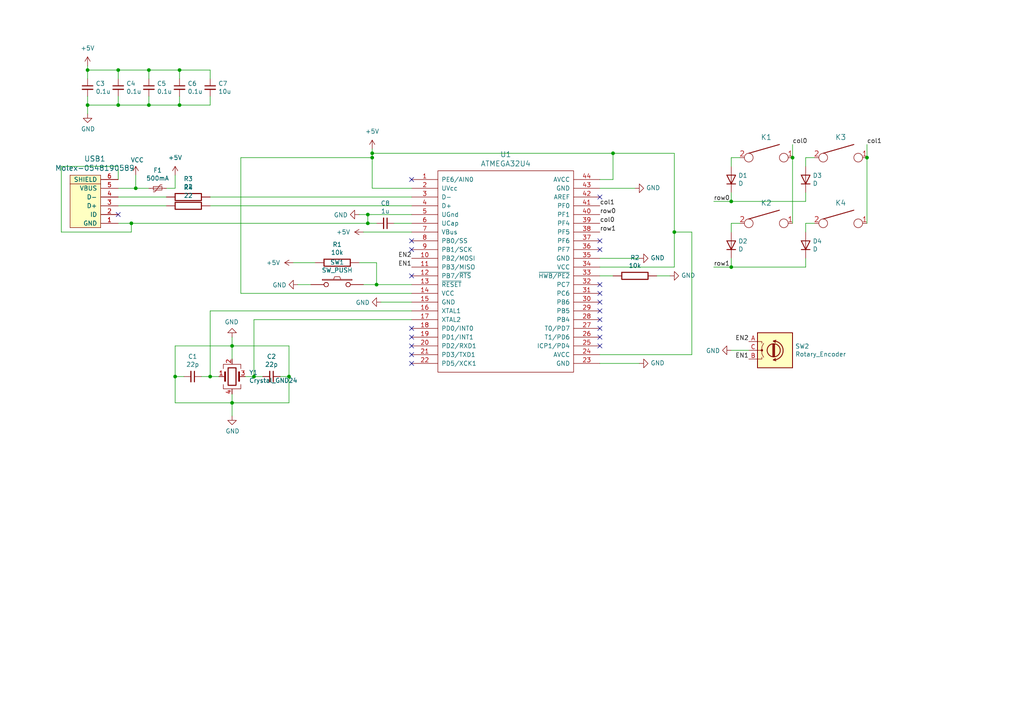
<source format=kicad_sch>
(kicad_sch (version 20211123) (generator eeschema)
  (paper "A4")
  (lib_symbols
    (symbol "Device:C_Small" (pin_numbers hide) (pin_names (offset 0.254) hide)
      (property "Reference" "C" (at 0.254 1.778 0))
      (property "Value" "C_Small" (at 0.254 -2.032 0))
      (symbol "C_Small_0_1"
        (polyline (pts (xy -1.524 -0.508) (xy 1.524 -0.508)) (stroke (width 0.3302)))
        (polyline (pts (xy -1.524 0.508) (xy 1.524 0.508)) (stroke (width 0.3048)))
      )
      (symbol "C_Small_1_1"
        (pin passive line (at 0 2.54 270) (length 2.032) (name "~") (number "1"))
        (pin passive line (at 0 -2.54 90) (length 2.032) (name "~") (number "2"))
      )
    )
    (symbol "Device:Crystal_GND24" (pin_names (offset 1.016) hide)
      (property "Reference" "Y" (at 3.175 5.08 0))
      (property "Value" "Crystal_GND24" (at 3.175 3.175 0))
      (symbol "Crystal_GND24_0_1"
        (rectangle (start -1.143 2.54) (end 1.143 -2.54) (stroke (width 0.3048)))
        (polyline (pts (xy -2.54 0) (xy -2.032 0)))
        (polyline (pts (xy -2.032 -1.27) (xy -2.032 1.27)) (stroke (width 0.508)))
        (polyline (pts (xy 0 -3.81) (xy 0 -3.556)))
        (polyline (pts (xy 0 3.556) (xy 0 3.81)))
        (polyline (pts (xy 2.032 -1.27) (xy 2.032 1.27)) (stroke (width 0.508)))
        (polyline (pts (xy 2.032 0) (xy 2.54 0)))
        (polyline (pts (xy -2.54 -2.286) (xy -2.54 -3.556) (xy 2.54 -3.556) (xy 2.54 -2.286)))
        (polyline (pts (xy -2.54 2.286) (xy -2.54 3.556) (xy 2.54 3.556) (xy 2.54 2.286)))
      )
      (symbol "Crystal_GND24_1_1"
        (pin passive line (at -3.81 0 0) (length 1.27) (name "1") (number "1"))
        (pin passive line (at 0 5.08 270) (length 1.27) (name "2") (number "2"))
        (pin passive line (at 3.81 0 180) (length 1.27) (name "3") (number "3"))
        (pin passive line (at 0 -5.08 90) (length 1.27) (name "4") (number "4"))
      )
    )
    (symbol "Device:D" (pin_numbers hide) (pin_names (offset 1.016) hide)
      (property "Reference" "D" (at 0 2.54 0))
      (property "Value" "D" (at 0 -2.54 0))
      (symbol "D_0_1"
        (polyline (pts (xy -1.27 1.27) (xy -1.27 -1.27)) (stroke (width 0.254)))
        (polyline (pts (xy 1.27 0) (xy -1.27 0)))
        (polyline (pts (xy 1.27 1.27) (xy 1.27 -1.27) (xy -1.27 0) (xy 1.27 1.27)) (stroke (width 0.254)))
      )
      (symbol "D_1_1"
        (pin passive line (at -3.81 0 0) (length 2.54) (name "K") (number "1"))
        (pin passive line (at 3.81 0 180) (length 2.54) (name "A") (number "2"))
      )
    )
    (symbol "Device:Polyfuse_Small" (pin_numbers hide) (pin_names (offset 0))
      (property "Reference" "F" (at -1.905 0 90))
      (property "Value" "Polyfuse_Small" (at 1.905 0 90))
      (symbol "Polyfuse_Small_0_1"
        (rectangle (start -0.508 1.27) (end 0.508 -1.27))
        (polyline (pts (xy 0 2.54) (xy 0 -2.54)))
        (polyline (pts (xy -1.016 1.27) (xy -1.016 0.762) (xy 1.016 -0.762) (xy 1.016 -1.27)))
      )
      (symbol "Polyfuse_Small_1_1"
        (pin passive line (at 0 2.54 270) (length 0.635) (name "~") (number "1"))
        (pin passive line (at 0 -2.54 90) (length 0.635) (name "~") (number "2"))
      )
    )
    (symbol "media-controller-rescue:ATMEGA32U4-tmk" (pin_names (offset 1.016))
      (property "Reference" "U" (at 0 -31.75 0))
      (property "Value" "ATMEGA32U4-tmk" (at 0 31.75 0))
      (symbol "ATMEGA32U4-tmk_0_1"
        (rectangle (start 20.32 29.21) (end -19.05 -29.21))
      )
      (symbol "ATMEGA32U4-tmk_1_1"
        (pin bidirectional line (at -26.67 26.67 0) (length 7.62) (name "PE6/AIN0") (number "1"))
        (pin bidirectional line (at -26.67 3.81 0) (length 7.62) (name "PB2/MOSI") (number "10"))
        (pin bidirectional line (at -26.67 1.27 0) (length 7.62) (name "PB3/MISO") (number "11"))
        (pin bidirectional line (at -26.67 -1.27 0) (length 7.62) (name "PB7/~{RTS}") (number "12"))
        (pin input line (at -26.67 -3.81 0) (length 7.62) (name "~{RESET}") (number "13"))
        (pin power_in line (at -26.67 -6.35 0) (length 7.62) (name "VCC") (number "14"))
        (pin power_in line (at -26.67 -8.89 0) (length 7.62) (name "GND") (number "15"))
        (pin input line (at -26.67 -11.43 0) (length 7.62) (name "XTAL1") (number "16"))
        (pin output line (at -26.67 -13.97 0) (length 7.62) (name "XTAL2") (number "17"))
        (pin bidirectional line (at -26.67 -16.51 0) (length 7.62) (name "PD0/INT0") (number "18"))
        (pin bidirectional line (at -26.67 -19.05 0) (length 7.62) (name "PD1/INT1") (number "19"))
        (pin power_in line (at -26.67 24.13 0) (length 7.62) (name "UVcc") (number "2"))
        (pin bidirectional line (at -26.67 -21.59 0) (length 7.62) (name "PD2/RXD1") (number "20"))
        (pin bidirectional line (at -26.67 -24.13 0) (length 7.62) (name "PD3/TXD1") (number "21"))
        (pin bidirectional line (at -26.67 -26.67 0) (length 7.62) (name "PD5/XCK1") (number "22"))
        (pin power_in line (at 27.94 -26.67 180) (length 7.62) (name "GND") (number "23"))
        (pin power_in line (at 27.94 -24.13 180) (length 7.62) (name "AVCC") (number "24"))
        (pin bidirectional line (at 27.94 -21.59 180) (length 7.62) (name "ICP1/PD4") (number "25"))
        (pin bidirectional line (at 27.94 -19.05 180) (length 7.62) (name "T1/PD6") (number "26"))
        (pin bidirectional line (at 27.94 -16.51 180) (length 7.62) (name "T0/PD7") (number "27"))
        (pin bidirectional line (at 27.94 -13.97 180) (length 7.62) (name "PB4") (number "28"))
        (pin bidirectional line (at 27.94 -11.43 180) (length 7.62) (name "PB5") (number "29"))
        (pin bidirectional line (at -26.67 21.59 0) (length 7.62) (name "D-") (number "3"))
        (pin bidirectional line (at 27.94 -8.89 180) (length 7.62) (name "PB6") (number "30"))
        (pin bidirectional line (at 27.94 -6.35 180) (length 7.62) (name "PC6") (number "31"))
        (pin bidirectional line (at 27.94 -3.81 180) (length 7.62) (name "PC7") (number "32"))
        (pin bidirectional line (at 27.94 -1.27 180) (length 7.62) (name "~{HWB/PE2}") (number "33"))
        (pin power_in line (at 27.94 1.27 180) (length 7.62) (name "VCC") (number "34"))
        (pin power_in line (at 27.94 3.81 180) (length 7.62) (name "GND") (number "35"))
        (pin bidirectional line (at 27.94 6.35 180) (length 7.62) (name "PF7") (number "36"))
        (pin bidirectional line (at 27.94 8.89 180) (length 7.62) (name "PF6") (number "37"))
        (pin bidirectional line (at 27.94 11.43 180) (length 7.62) (name "PF5") (number "38"))
        (pin bidirectional line (at 27.94 13.97 180) (length 7.62) (name "PF4") (number "39"))
        (pin bidirectional line (at -26.67 19.05 0) (length 7.62) (name "D+") (number "4"))
        (pin bidirectional line (at 27.94 16.51 180) (length 7.62) (name "PF1") (number "40"))
        (pin bidirectional line (at 27.94 19.05 180) (length 7.62) (name "PF0") (number "41"))
        (pin input line (at 27.94 21.59 180) (length 7.62) (name "AREF") (number "42"))
        (pin power_in line (at 27.94 24.13 180) (length 7.62) (name "GND") (number "43"))
        (pin power_in line (at 27.94 26.67 180) (length 7.62) (name "AVCC") (number "44"))
        (pin power_in line (at -26.67 16.51 0) (length 7.62) (name "UGnd") (number "5"))
        (pin input line (at -26.67 13.97 0) (length 7.62) (name "UCap") (number "6"))
        (pin input line (at -26.67 11.43 0) (length 7.62) (name "VBus") (number "7"))
        (pin bidirectional line (at -26.67 8.89 0) (length 7.62) (name "PB0/SS") (number "8"))
        (pin bidirectional line (at -26.67 6.35 0) (length 7.62) (name "PB1/SCK") (number "9"))
      )
    )
    (symbol "media-controller-rescue:KEYSW-tmk" (pin_names (offset 1.016))
      (property "Reference" "K?" (at -1.27 0 0))
      (symbol "KEYSW-tmk_0_1"
        (circle (center -5.08 0) (radius 1.27))
        (polyline (pts (xy -5.08 1.27) (xy 3.81 3.81)) (stroke (width 0.254)))
        (circle (center 5.08 0) (radius 1.27))
      )
      (symbol "KEYSW-tmk_1_1"
        (pin passive line (at 7.62 0 180) (length 1.27) (name "~") (number "1"))
        (pin passive line (at -7.62 0 0) (length 1.27) (name "~") (number "2"))
      )
    )
    (symbol "media-controller-rescue:Molex-0548190589-random-keyboard-parts" (pin_names (offset 1.016))
      (property "Reference" "USB" (at 0 7.62 0))
      (property "Value" "Molex-0548190589-random-keyboard-parts" (at 0 10.16 0))
      (symbol "Molex-0548190589-random-keyboard-parts_0_0"
        (polyline (pts (xy 6.35 -2.54) (xy 6.35 6.35)))
        (rectangle (start 8.89 -2.54) (end -6.35 6.35) (fill (type background)))
      )
      (symbol "Molex-0548190589-random-keyboard-parts_1_1"
        (pin input line (at -5.08 -7.62 90) (length 5.08) (name "GND") (number "1"))
        (pin input line (at -2.54 -7.62 90) (length 5.08) (name "ID") (number "2"))
        (pin input line (at 0 -7.62 90) (length 5.08) (name "D+") (number "3"))
        (pin input line (at 2.54 -7.62 90) (length 5.08) (name "D-") (number "4"))
        (pin input line (at 5.08 -7.62 90) (length 5.08) (name "VBUS") (number "5"))
        (pin input line (at 7.62 -7.62 90) (length 5.08) (name "SHIELD") (number "6"))
      )
    )
    (symbol "media-controller-rescue:R-tmk" (pin_numbers hide) (pin_names (offset 0))
      (property "Reference" "R" (at 2.032 0 90))
      (property "Value" "R-tmk" (at 0 0 90))
      (symbol "R-tmk_0_1"
        (rectangle (start -1.016 3.81) (end 1.016 -3.81) (stroke (width 0.3048)))
      )
      (symbol "R-tmk_1_1"
        (pin passive line (at 0 6.35 270) (length 2.54) (name "~") (number "1"))
        (pin passive line (at 0 -6.35 90) (length 2.54) (name "~") (number "2"))
      )
    )
    (symbol "media-controller-rescue:Rotary_Encoder-Device" (pin_names (offset 0.254) hide)
      (property "Reference" "SW" (at 0 6.604 0))
      (property "Value" "Rotary_Encoder-Device" (at 0 -6.604 0))
      (symbol "Rotary_Encoder-Device_0_1"
        (rectangle (start -5.08 5.08) (end 5.08 -5.08) (stroke (width 0.254)) (fill (type background)))
        (circle (center -3.81 0) (radius 0.254) (fill (type outline)))
        (arc (start -0.381 -2.794) (mid 2.3622 -0.0508) (end -0.381 2.667) (stroke (width 0.254)))
        (circle (center -0.381 0) (radius 1.905) (stroke (width 0.254)))
        (polyline (pts (xy -0.635 -1.778) (xy -0.635 1.778)) (stroke (width 0.254)))
        (polyline (pts (xy -0.381 -1.778) (xy -0.381 1.778)) (stroke (width 0.254)))
        (polyline (pts (xy -0.127 1.778) (xy -0.127 -1.778)) (stroke (width 0.254)))
        (polyline (pts (xy -5.08 -2.54) (xy -3.81 -2.54) (xy -3.81 -2.032)))
        (polyline (pts (xy -5.08 2.54) (xy -3.81 2.54) (xy -3.81 2.032)))
        (polyline (pts (xy 0.254 -3.048) (xy -0.508 -2.794) (xy 0.127 -2.413)) (stroke (width 0.254)))
        (polyline (pts (xy 0.254 2.921) (xy -0.508 2.667) (xy 0.127 2.286)) (stroke (width 0.254)))
        (polyline (pts (xy -5.08 0) (xy -3.81 0) (xy -3.81 -1.016) (xy -3.302 -2.032)))
        (polyline (pts (xy -4.318 0) (xy -3.81 0) (xy -3.81 1.016) (xy -3.302 2.032)))
      )
      (symbol "Rotary_Encoder-Device_1_1"
        (pin passive line (at -7.62 2.54 0) (length 2.54) (name "A") (number "A"))
        (pin passive line (at -7.62 -2.54 0) (length 2.54) (name "B") (number "B"))
        (pin passive line (at -7.62 0 0) (length 2.54) (name "C") (number "C"))
      )
    )
    (symbol "media-controller-rescue:SW_PUSH-tmk" (pin_numbers hide) (pin_names (offset 1.016) hide)
      (property "Reference" "SW" (at 3.81 2.794 0))
      (property "Value" "SW_PUSH-tmk" (at 0 -2.032 0))
      (symbol "SW_PUSH-tmk_0_1"
        (rectangle (start -4.318 1.27) (end 4.318 1.524))
        (polyline (pts (xy -1.016 1.524) (xy -0.762 2.286) (xy 0.762 2.286) (xy 1.016 1.524)))
        (pin passive inverted (at -7.62 0 0) (length 5.08) (name "1") (number "1"))
        (pin passive inverted (at 7.62 0 180) (length 5.08) (name "2") (number "2"))
      )
    )
    (symbol "power:+5V" (power) (pin_names (offset 0))
      (property "Value" "+5V" (at 0 3.556 0))
      (symbol "+5V_0_1"
        (polyline (pts (xy -0.762 1.27) (xy 0 2.54)))
        (polyline (pts (xy 0 0) (xy 0 2.54)))
        (polyline (pts (xy 0 2.54) (xy 0.762 1.27)))
      )
      (symbol "+5V_1_1"
        (pin power_in line (at 0 0 90) (length 0) hide (name "+5V") (number "1"))
      )
    )
    (symbol "power:GND" (power) (pin_names (offset 0))
      (property "Value" "GND" (at 0 -3.81 0))
      (symbol "GND_0_1"
        (polyline (pts (xy 0 0) (xy 0 -1.27) (xy 1.27 -1.27) (xy 0 -2.54) (xy -1.27 -1.27) (xy 0 -1.27)))
      )
      (symbol "GND_1_1"
        (pin power_in line (at 0 0 270) (length 0) hide (name "GND") (number "1"))
      )
    )
    (symbol "power:VCC" (power) (pin_names (offset 0))
      (property "Value" "VCC" (at 0 3.81 0))
      (symbol "VCC_0_1"
        (polyline (pts (xy -0.762 1.27) (xy 0 2.54)))
        (polyline (pts (xy 0 0) (xy 0 2.54)))
        (polyline (pts (xy 0 2.54) (xy 0.762 1.27)))
      )
      (symbol "VCC_1_1"
        (pin power_in line (at 0 0 90) (length 0) hide (name "VCC") (number "1"))
      )
    )
  )
  (junction (at 60.96 109.22))
  (junction (at 107.95 45.72))
  (junction (at 177.8 44.45))
  (junction (at 73.66 109.22))
  (junction (at 50.8 109.22))
  (junction (at 34.29 30.48))
  (junction (at 43.18 30.48))
  (junction (at 67.31 116.84))
  (junction (at 107.95 44.45))
  (junction (at 38.1 64.77))
  (junction (at 25.4 30.48))
  (junction (at 25.4 20.32))
  (junction (at 52.07 20.32))
  (junction (at 52.07 30.48))
  (junction (at 67.31 100.33))
  (junction (at 251.46 45.72))
  (junction (at 106.68 64.77))
  (junction (at 229.87 45.72))
  (junction (at 106.68 62.23))
  (junction (at 39.37 54.61))
  (junction (at 212.09 58.42))
  (junction (at 34.29 20.32))
  (junction (at 109.22 82.55))
  (junction (at 195.58 67.31))
  (junction (at 212.09 77.47))
  (junction (at 43.18 20.32))
  (junction (at 83.82 109.22))
  (no_connect (at 173.99 97.79))
  (no_connect (at 34.29 62.23))
  (no_connect (at 119.38 105.41))
  (no_connect (at 173.99 82.55))
  (no_connect (at 119.38 52.07))
  (no_connect (at 119.38 102.87))
  (no_connect (at 173.99 85.09))
  (no_connect (at 119.38 72.39))
  (no_connect (at 119.38 80.01))
  (no_connect (at 119.38 95.25))
  (no_connect (at 173.99 57.15))
  (no_connect (at 119.38 97.79))
  (no_connect (at 173.99 92.71))
  (no_connect (at 119.38 69.85))
  (no_connect (at 119.38 100.33))
  (no_connect (at 173.99 87.63))
  (no_connect (at 173.99 100.33))
  (no_connect (at 173.99 69.85))
  (no_connect (at 173.99 90.17))
  (no_connect (at 173.99 95.25))
  (no_connect (at 173.99 72.39))
  (wire (pts (xy 17.78 67.31) (xy 38.1 67.31)))
  (wire (pts (xy 212.09 64.77) (xy 214.63 64.77)))
  (wire (pts (xy 67.31 116.84) (xy 67.31 120.65)))
  (wire (pts (xy 67.31 100.33) (xy 67.31 97.79)))
  (wire (pts (xy 83.82 116.84) (xy 83.82 109.22)))
  (wire (pts (xy 200.66 67.31) (xy 195.58 67.31)))
  (wire (pts (xy 50.8 54.61) (xy 50.8 50.8)))
  (wire (pts (xy 60.96 109.22) (xy 63.5 109.22)))
  (wire (pts (xy 212.09 58.42) (xy 207.01 58.42)))
  (wire (pts (xy 34.29 30.48) (xy 34.29 27.94)))
  (wire (pts (xy 177.8 52.07) (xy 177.8 44.45)))
  (wire (pts (xy 212.09 45.72) (xy 212.09 48.26)))
  (wire (pts (xy 251.46 41.91) (xy 251.46 45.72)))
  (wire (pts (xy 119.38 67.31) (xy 105.41 67.31)))
  (wire (pts (xy 34.29 48.26) (xy 17.78 48.26)))
  (wire (pts (xy 34.29 20.32) (xy 34.29 22.86)))
  (wire (pts (xy 60.96 57.15) (xy 119.38 57.15)))
  (wire (pts (xy 83.82 109.22) (xy 83.82 100.33)))
  (wire (pts (xy 25.4 20.32) (xy 34.29 20.32)))
  (wire (pts (xy 173.99 80.01) (xy 177.8 80.01)))
  (wire (pts (xy 71.12 109.22) (xy 73.66 109.22)))
  (wire (pts (xy 195.58 77.47) (xy 195.58 67.31)))
  (wire (pts (xy 233.68 58.42) (xy 212.09 58.42)))
  (wire (pts (xy 173.99 52.07) (xy 177.8 52.07)))
  (wire (pts (xy 233.68 67.31) (xy 233.68 64.77)))
  (wire (pts (xy 85.09 76.2) (xy 91.44 76.2)))
  (wire (pts (xy 119.38 82.55) (xy 109.22 82.55)))
  (wire (pts (xy 119.38 64.77) (xy 114.3 64.77)))
  (wire (pts (xy 50.8 100.33) (xy 67.31 100.33)))
  (wire (pts (xy 83.82 100.33) (xy 67.31 100.33)))
  (wire (pts (xy 25.4 30.48) (xy 34.29 30.48)))
  (wire (pts (xy 236.22 45.72) (xy 233.68 45.72)))
  (wire (pts (xy 195.58 44.45) (xy 177.8 44.45)))
  (wire (pts (xy 212.09 58.42) (xy 212.09 55.88)))
  (wire (pts (xy 109.22 82.55) (xy 105.41 82.55)))
  (wire (pts (xy 107.95 54.61) (xy 119.38 54.61)))
  (wire (pts (xy 48.26 59.69) (xy 34.29 59.69)))
  (wire (pts (xy 233.68 77.47) (xy 233.68 74.93)))
  (wire (pts (xy 83.82 109.22) (xy 81.28 109.22)))
  (wire (pts (xy 119.38 87.63) (xy 110.49 87.63)))
  (wire (pts (xy 60.96 90.17) (xy 119.38 90.17)))
  (wire (pts (xy 106.68 64.77) (xy 106.68 62.23)))
  (wire (pts (xy 34.29 52.07) (xy 34.29 48.26)))
  (wire (pts (xy 52.07 20.32) (xy 60.96 20.32)))
  (wire (pts (xy 38.1 64.77) (xy 106.68 64.77)))
  (wire (pts (xy 52.07 30.48) (xy 60.96 30.48)))
  (wire (pts (xy 60.96 59.69) (xy 119.38 59.69)))
  (wire (pts (xy 173.99 102.87) (xy 200.66 102.87)))
  (wire (pts (xy 34.29 54.61) (xy 39.37 54.61)))
  (wire (pts (xy 67.31 116.84) (xy 83.82 116.84)))
  (wire (pts (xy 25.4 30.48) (xy 25.4 33.02)))
  (wire (pts (xy 25.4 19.05) (xy 25.4 20.32)))
  (wire (pts (xy 229.87 45.72) (xy 229.87 41.91)))
  (wire (pts (xy 43.18 30.48) (xy 52.07 30.48)))
  (wire (pts (xy 109.22 76.2) (xy 109.22 82.55)))
  (wire (pts (xy 60.96 30.48) (xy 60.96 27.94)))
  (wire (pts (xy 38.1 67.31) (xy 38.1 64.77)))
  (wire (pts (xy 214.63 45.72) (xy 212.09 45.72)))
  (wire (pts (xy 25.4 20.32) (xy 25.4 22.86)))
  (wire (pts (xy 195.58 67.31) (xy 195.58 44.45)))
  (wire (pts (xy 34.29 64.77) (xy 38.1 64.77)))
  (wire (pts (xy 106.68 62.23) (xy 119.38 62.23)))
  (wire (pts (xy 107.95 43.18) (xy 107.95 44.45)))
  (wire (pts (xy 90.17 82.55) (xy 86.36 82.55)))
  (wire (pts (xy 48.26 54.61) (xy 50.8 54.61)))
  (wire (pts (xy 34.29 30.48) (xy 43.18 30.48)))
  (wire (pts (xy 43.18 20.32) (xy 52.07 20.32)))
  (wire (pts (xy 17.78 48.26) (xy 17.78 67.31)))
  (wire (pts (xy 50.8 109.22) (xy 50.8 116.84)))
  (wire (pts (xy 73.66 92.71) (xy 119.38 92.71)))
  (wire (pts (xy 107.95 44.45) (xy 107.95 45.72)))
  (wire (pts (xy 67.31 104.14) (xy 67.31 100.33)))
  (wire (pts (xy 107.95 44.45) (xy 177.8 44.45)))
  (wire (pts (xy 34.29 20.32) (xy 43.18 20.32)))
  (wire (pts (xy 60.96 109.22) (xy 60.96 90.17)))
  (wire (pts (xy 39.37 54.61) (xy 43.18 54.61)))
  (wire (pts (xy 34.29 57.15) (xy 48.26 57.15)))
  (wire (pts (xy 69.85 85.09) (xy 119.38 85.09)))
  (wire (pts (xy 69.85 85.09) (xy 69.85 45.72)))
  (wire (pts (xy 73.66 109.22) (xy 73.66 92.71)))
  (wire (pts (xy 104.14 76.2) (xy 109.22 76.2)))
  (wire (pts (xy 43.18 30.48) (xy 43.18 27.94)))
  (wire (pts (xy 212.09 101.6) (xy 217.17 101.6)))
  (wire (pts (xy 52.07 20.32) (xy 52.07 22.86)))
  (wire (pts (xy 212.09 74.93) (xy 212.09 77.47)))
  (wire (pts (xy 25.4 27.94) (xy 25.4 30.48)))
  (wire (pts (xy 69.85 45.72) (xy 107.95 45.72)))
  (wire (pts (xy 212.09 77.47) (xy 207.01 77.47)))
  (wire (pts (xy 58.42 109.22) (xy 60.96 109.22)))
  (wire (pts (xy 60.96 20.32) (xy 60.96 22.86)))
  (wire (pts (xy 233.68 64.77) (xy 236.22 64.77)))
  (wire (pts (xy 251.46 45.72) (xy 251.46 64.77)))
  (wire (pts (xy 67.31 114.3) (xy 67.31 116.84)))
  (wire (pts (xy 233.68 45.72) (xy 233.68 48.26)))
  (wire (pts (xy 184.15 54.61) (xy 173.99 54.61)))
  (wire (pts (xy 104.14 62.23) (xy 106.68 62.23)))
  (wire (pts (xy 233.68 55.88) (xy 233.68 58.42)))
  (wire (pts (xy 107.95 45.72) (xy 107.95 54.61)))
  (wire (pts (xy 185.42 74.93) (xy 173.99 74.93)))
  (wire (pts (xy 50.8 109.22) (xy 50.8 100.33)))
  (wire (pts (xy 173.99 77.47) (xy 195.58 77.47)))
  (wire (pts (xy 190.5 80.01) (xy 194.31 80.01)))
  (wire (pts (xy 50.8 116.84) (xy 67.31 116.84)))
  (wire (pts (xy 39.37 54.61) (xy 39.37 50.8)))
  (wire (pts (xy 73.66 109.22) (xy 76.2 109.22)))
  (wire (pts (xy 212.09 67.31) (xy 212.09 64.77)))
  (wire (pts (xy 200.66 102.87) (xy 200.66 67.31)))
  (wire (pts (xy 185.42 105.41) (xy 173.99 105.41)))
  (wire (pts (xy 229.87 45.72) (xy 229.87 64.77)))
  (wire (pts (xy 53.34 109.22) (xy 50.8 109.22)))
  (wire (pts (xy 43.18 20.32) (xy 43.18 22.86)))
  (wire (pts (xy 52.07 30.48) (xy 52.07 27.94)))
  (wire (pts (xy 212.09 77.47) (xy 233.68 77.47)))
  (wire (pts (xy 109.22 64.77) (xy 106.68 64.77)))
  (label "row0" (at 173.99 62.23 0))
  (label "col1" (at 251.46 41.91 0))
  (label "EN1" (at 119.38 77.47 180))
  (label "row0" (at 207.01 58.42 0))
  (label "EN2" (at 217.17 99.06 180))
  (label "col0" (at 173.99 64.77 0))
  (label "col1" (at 173.99 59.69 0))
  (label "row1" (at 207.01 77.47 0))
  (label "col0" (at 229.87 41.91 0))
  (label "EN1" (at 217.17 104.14 180))
  (label "row1" (at 173.99 67.31 0))
  (label "EN2" (at 119.38 74.93 180))
  (symbol (lib_id "Device:C_Small") (at 25.4 25.4 0) (unit 1)
    (property "Reference" "C3" (at 27.7368 24.2316 0) (effects (justify left)))
    (property "Value" "0.1u" (at 27.7368 26.543 0) (effects (justify left)))
    (property "Footprint" "Capacitor_SMD:C_0805_2012Metric" (effects hide))
  )
  (symbol (lib_id "Device:C_Small") (at 34.29 25.4 0) (unit 1)
    (property "Reference" "C4" (at 36.6268 24.2316 0) (effects (justify left)))
    (property "Value" "0.1u" (at 36.6268 26.543 0) (effects (justify left)))
    (property "Footprint" "Capacitor_SMD:C_0805_2012Metric" (effects hide))
  )
  (symbol (lib_id "Device:C_Small") (at 43.18 25.4 0) (unit 1)
    (property "Reference" "C5" (at 45.5168 24.2316 0) (effects (justify left)))
    (property "Value" "0.1u" (at 45.5168 26.543 0) (effects (justify left)))
    (property "Footprint" "Capacitor_SMD:C_0805_2012Metric" (effects hide))
  )
  (symbol (lib_id "media-controller-rescue:ATMEGA32U4-tmk") (at 146.05 78.74 0) (unit 1)
    (property "Reference" "U1" (at 146.685 44.7802 0) (effects (font (size 1.524 1.524))))
    (property "Value" "ATMEGA32U4" (at 146.685 47.4726 0) (effects (font (size 1.524 1.524))))
    (property "Footprint" "Package_QFP:TQFP-44_10x10mm_P0.8mm" (effects hide))
  )
  (symbol (lib_id "Device:C_Small") (at 52.07 25.4 0) (unit 1)
    (property "Reference" "C6" (at 54.4068 24.2316 0) (effects (justify left)))
    (property "Value" "0.1u" (at 54.4068 26.543 0) (effects (justify left)))
    (property "Footprint" "Capacitor_SMD:C_0805_2012Metric" (effects hide))
  )
  (symbol (lib_id "Device:C_Small") (at 60.96 25.4 0) (unit 1)
    (property "Reference" "C7" (at 63.2968 24.2316 0) (effects (justify left)))
    (property "Value" "10u" (at 63.2968 26.543 0) (effects (justify left)))
    (property "Footprint" "Capacitor_SMD:C_0805_2012Metric" (effects hide))
  )
  (symbol (lib_id "media-controller-rescue:SW_PUSH-tmk") (at 97.79 82.55 0) (unit 1)
    (property "Reference" "SW1" (at 97.79 76.073 0))
    (property "Value" "SW_PUSH" (at 97.79 78.3844 0))
    (property "Footprint" "random-keyboard-parts:SKQG-1155865" (effects hide))
  )
  (symbol (lib_id "media-controller-rescue:R-tmk") (at 97.79 76.2 270) (unit 1)
    (property "Reference" "R1" (at 97.79 70.9168 90))
    (property "Value" "10k" (at 97.79 73.2282 90))
    (property "Footprint" "Resistor_SMD:R_0805_2012Metric" (effects hide))
  )
  (symbol (lib_id "media-controller-rescue:R-tmk") (at 184.15 80.01 270) (unit 1)
    (property "Reference" "R2" (at 184.15 74.7268 90))
    (property "Value" "10k" (at 184.15 77.0382 90))
    (property "Footprint" "Resistor_SMD:R_0805_2012Metric" (effects hide))
  )
  (symbol (lib_id "power:GND") (at 194.31 80.01 90) (unit 1)
    (property "Reference" "#PWR0103" (effects hide))
    (property "Value" "GND" (at 197.5612 79.883 90) (effects (justify right)))
  )
  (symbol (lib_id "power:GND") (at 86.36 82.55 270) (unit 1)
    (property "Reference" "#PWR0104" (effects hide))
    (property "Value" "GND" (at 83.1088 82.677 90) (effects (justify right)))
  )
  (symbol (lib_id "power:GND") (at 25.4 33.02 0) (unit 1)
    (property "Reference" "#PWR0105" (effects hide))
    (property "Value" "GND" (at 25.527 37.4142 0))
  )
  (symbol (lib_id "media-controller-rescue:R-tmk") (at 54.61 57.15 90) (unit 1)
    (property "Reference" "R3" (at 54.61 51.8668 90))
    (property "Value" "22" (at 54.61 54.1782 90))
    (property "Footprint" "Resistor_SMD:R_0805_2012Metric" (effects hide))
  )
  (symbol (lib_id "media-controller-rescue:R-tmk") (at 54.61 59.69 90) (unit 1)
    (property "Reference" "R4" (at 54.61 54.4068 90))
    (property "Value" "22" (at 54.61 56.7182 90))
    (property "Footprint" "Resistor_SMD:R_0805_2012Metric" (effects hide))
  )
  (symbol (lib_id "power:GND") (at 104.14 62.23 270) (unit 1)
    (property "Reference" "#PWR0106" (effects hide))
    (property "Value" "GND" (at 100.8888 62.357 90) (effects (justify right)))
  )
  (symbol (lib_id "Device:C_Small") (at 111.76 64.77 270) (unit 1)
    (property "Reference" "C8" (at 111.76 58.9534 90))
    (property "Value" "1u" (at 111.76 61.2648 90))
    (property "Footprint" "Capacitor_SMD:C_0805_2012Metric" (effects hide))
  )
  (symbol (lib_id "power:VCC") (at 39.37 50.8 0) (unit 1)
    (property "Reference" "#PWR0107" (effects hide))
    (property "Value" "VCC" (at 39.8018 46.4058 0))
  )
  (symbol (lib_id "power:GND") (at 185.42 105.41 90) (unit 1)
    (property "Reference" "#PWR0111" (effects hide))
    (property "Value" "GND" (at 188.6712 105.283 90) (effects (justify right)))
  )
  (symbol (lib_id "power:GND") (at 110.49 87.63 270) (unit 1)
    (property "Reference" "#PWR0112" (effects hide))
    (property "Value" "GND" (at 107.2388 87.757 90) (effects (justify right)))
  )
  (symbol (lib_id "power:GND") (at 184.15 54.61 90) (unit 1)
    (property "Reference" "#PWR0113" (effects hide))
    (property "Value" "GND" (at 187.4012 54.483 90) (effects (justify right)))
  )
  (symbol (lib_id "power:GND") (at 185.42 74.93 90) (unit 1)
    (property "Reference" "#PWR0115" (effects hide))
    (property "Value" "GND" (at 188.6712 74.803 90) (effects (justify right)))
  )
  (symbol (lib_id "media-controller-rescue:KEYSW-tmk") (at 222.25 45.72 0) (unit 1)
    (property "Reference" "K1" (at 222.25 39.8018 0) (effects (font (size 1.524 1.524))))
    (property "Value" "KEYSW" (effects hide))
    (property "Footprint" "MX_Alps_Hybrid:MXOnly-1U-NoLED" (effects hide))
  )
  (symbol (lib_id "media-controller-rescue:KEYSW-tmk") (at 243.84 45.72 0) (unit 1)
    (property "Reference" "K3" (at 243.84 39.8018 0) (effects (font (size 1.524 1.524))))
    (property "Value" "KEYSW" (effects hide))
    (property "Footprint" "MX_Alps_Hybrid:MXOnly-1U-NoLED" (effects hide))
  )
  (symbol (lib_id "media-controller-rescue:KEYSW-tmk") (at 222.25 64.77 0) (unit 1)
    (property "Reference" "K2" (at 222.25 58.8518 0) (effects (font (size 1.524 1.524))))
    (property "Value" "KEYSW" (effects hide))
    (property "Footprint" "MX_Alps_Hybrid:MXOnly-1U-NoLED" (effects hide))
  )
  (symbol (lib_id "media-controller-rescue:KEYSW-tmk") (at 243.84 64.77 0) (unit 1)
    (property "Reference" "K4" (at 243.84 58.8518 0) (effects (font (size 1.524 1.524))))
    (property "Value" "KEYSW" (effects hide))
    (property "Footprint" "MX_Alps_Hybrid:MXOnly-1U-NoLED" (effects hide))
  )
  (symbol (lib_id "Device:D") (at 212.09 52.07 90) (unit 1)
    (property "Reference" "D1" (at 214.122 50.9016 90) (effects (justify right)))
    (property "Value" "D" (at 214.122 53.213 90) (effects (justify right)))
    (property "Footprint" "Diode_SMD:D_SOD-123" (effects hide))
  )
  (symbol (lib_id "Device:D") (at 233.68 52.07 90) (unit 1)
    (property "Reference" "D3" (at 235.712 50.9016 90) (effects (justify right)))
    (property "Value" "D" (at 235.712 53.213 90) (effects (justify right)))
    (property "Footprint" "Diode_SMD:D_SOD-123" (effects hide))
  )
  (symbol (lib_id "Device:D") (at 212.09 71.12 90) (unit 1)
    (property "Reference" "D2" (at 214.122 69.9516 90) (effects (justify right)))
    (property "Value" "D" (at 214.122 72.263 90) (effects (justify right)))
    (property "Footprint" "Diode_SMD:D_SOD-123" (effects hide))
  )
  (symbol (lib_id "Device:D") (at 233.68 71.12 90) (unit 1)
    (property "Reference" "D4" (at 235.712 69.9516 90) (effects (justify right)))
    (property "Value" "D" (at 235.712 72.263 90) (effects (justify right)))
    (property "Footprint" "Diode_SMD:D_SOD-123" (effects hide))
  )
  (symbol (lib_id "Device:Crystal_GND24") (at 67.31 109.22 0) (unit 1)
    (property "Reference" "Y1" (at 72.2376 108.0516 0) (effects (justify left)))
    (property "Value" "Crystal_GND24" (at 72.2376 110.363 0) (effects (justify left)))
    (property "Footprint" "Crystal:Crystal_SMD_3225-4Pin_3.2x2.5mm" (effects hide))
  )
  (symbol (lib_id "Device:C_Small") (at 55.88 109.22 270) (unit 1)
    (property "Reference" "C1" (at 55.88 103.4034 90))
    (property "Value" "22p" (at 55.88 105.7148 90))
    (property "Footprint" "Capacitor_SMD:C_0805_2012Metric" (effects hide))
  )
  (symbol (lib_id "power:GND") (at 67.31 97.79 180) (unit 1)
    (property "Reference" "#PWR0117" (effects hide))
    (property "Value" "GND" (at 67.183 93.3958 0))
  )
  (symbol (lib_id "power:GND") (at 67.31 120.65 0) (unit 1)
    (property "Reference" "#PWR0118" (effects hide))
    (property "Value" "GND" (at 67.437 125.0442 0))
  )
  (symbol (lib_id "Device:C_Small") (at 78.74 109.22 270) (unit 1)
    (property "Reference" "C2" (at 78.74 103.4034 90))
    (property "Value" "22p" (at 78.74 105.7148 90))
    (property "Footprint" "Capacitor_SMD:C_0805_2012Metric" (effects hide))
  )
  (symbol (lib_id "media-controller-rescue:Rotary_Encoder-Device") (at 224.79 101.6 0) (unit 1)
    (property "Reference" "SW2" (at 230.632 100.4316 0) (effects (justify left)))
    (property "Value" "Rotary_Encoder" (at 230.632 102.743 0) (effects (justify left)))
    (property "Footprint" "Rotary_Encoder:RotaryEncoder_Alps_EC12E-Switch_Vertical_H20mm" (effects hide))
  )
  (symbol (lib_id "power:GND") (at 212.09 101.6 270) (unit 1)
    (property "Reference" "#PWR0119" (effects hide))
    (property "Value" "GND" (at 208.8388 101.727 90) (effects (justify right)))
  )
  (symbol (lib_id "media-controller-rescue:Molex-0548190589-random-keyboard-parts") (at 26.67 59.69 90) (unit 1)
    (property "Reference" "USB1" (at 27.5082 46.0502 90) (effects (font (size 1.524 1.524))))
    (property "Value" "Molex-0548190589" (at 27.5082 48.7426 90) (effects (font (size 1.524 1.524))))
    (property "Footprint" "random-keyboard-parts:Molex-0548190589" (effects hide))
  )
  (symbol (lib_id "Device:Polyfuse_Small") (at 45.72 54.61 270) (unit 1)
    (property "Reference" "F1" (at 45.72 49.403 90))
    (property "Value" "500mA" (at 45.72 51.7144 90))
    (property "Footprint" "Fuse:Fuse_1206_3216Metric" (effects hide))
  )
  (symbol (lib_id "power:+5V") (at 85.09 76.2 90) (unit 1)
    (property "Reference" "#PWR0109" (effects hide))
    (property "Value" "+5V" (at 81.28 76.1999 90) (effects (justify left)))
  )
  (symbol (lib_id "power:+5V") (at 25.4 19.05 0) (unit 1)
    (property "Reference" "#PWR0102" (effects hide))
    (property "Value" "+5V" (at 25.4 13.97 0))
  )
  (symbol (lib_id "power:+5V") (at 107.95 43.18 0) (unit 1)
    (property "Reference" "#PWR0108" (effects hide))
    (property "Value" "+5V" (at 107.95 38.1 0))
  )
  (symbol (lib_id "power:+5V") (at 105.41 67.31 90) (unit 1)
    (property "Reference" "#PWR0110" (effects hide))
    (property "Value" "+5V" (at 101.6 67.3099 90) (effects (justify left)))
  )
  (symbol (lib_id "power:+5V") (at 50.8 50.8 0) (unit 1)
    (property "Reference" "#PWR0101" (effects hide))
    (property "Value" "+5V" (at 50.8 45.72 0))
  )
)
</source>
